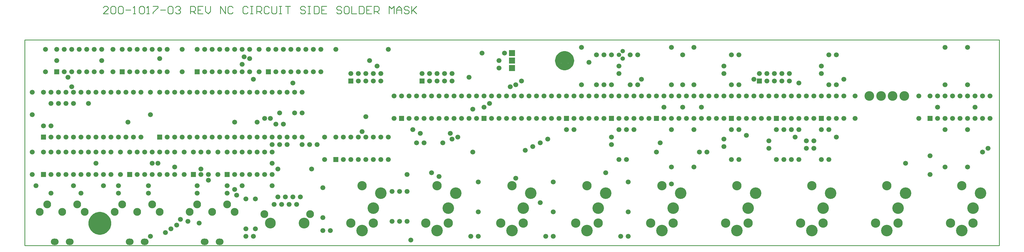
<source format=gbs>
*%FSLAX23Y23*%
*%MOIN*%
G01*
%ADD11C,0.006*%
%ADD12C,0.007*%
%ADD13C,0.008*%
%ADD14C,0.010*%
%ADD15C,0.012*%
%ADD16C,0.020*%
%ADD17C,0.024*%
%ADD18C,0.032*%
%ADD19C,0.036*%
%ADD20C,0.040*%
%ADD21C,0.050*%
%ADD22C,0.052*%
%ADD23C,0.055*%
%ADD24C,0.056*%
%ADD25C,0.059*%
%ADD26C,0.060*%
%ADD27C,0.062*%
%ADD28C,0.066*%
%ADD29C,0.070*%
%ADD30C,0.082*%
%ADD31C,0.090*%
%ADD32C,0.095*%
%ADD33O,0.100X0.080*%
%ADD34C,0.100*%
%ADD35O,0.104X0.084*%
%ADD36C,0.104*%
%ADD37C,0.115*%
%ADD38C,0.120*%
%ADD39C,0.124*%
%ADD40C,0.125*%
%ADD41C,0.128*%
%ADD42C,0.129*%
%ADD43C,0.140*%
%ADD44C,0.144*%
%ADD45C,0.148*%
%ADD46C,0.150*%
%ADD47C,0.154*%
%ADD48C,0.250*%
%ADD49C,0.250*%
%ADD50R,0.062X0.062*%
%ADD51R,0.066X0.066*%
%ADD52R,0.075X0.075*%
%ADD53R,0.079X0.079*%
%ADD54R,0.250X0.250*%
D14*
X4695Y9428D02*
X4762D01*
X4695D02*
X4762Y9495D01*
Y9511D01*
X4745Y9528D01*
X4712D01*
X4695Y9511D01*
X4795D02*
X4812Y9528D01*
X4845D01*
X4862Y9511D01*
Y9445D01*
X4845Y9428D01*
X4812D01*
X4795Y9445D01*
Y9511D01*
X4895D02*
X4912Y9528D01*
X4945D01*
X4962Y9511D01*
Y9445D01*
X4945Y9428D01*
X4912D01*
X4895Y9445D01*
Y9511D01*
X4995Y9478D02*
X5062D01*
X5095Y9428D02*
X5128D01*
X5112D01*
Y9528D01*
X5113D01*
X5112D02*
X5095Y9511D01*
X5178D02*
X5195Y9528D01*
X5228D01*
X5245Y9511D01*
Y9445D01*
X5228Y9428D01*
X5195D01*
X5178Y9445D01*
Y9511D01*
X5278Y9428D02*
X5311D01*
X5295D01*
Y9528D01*
X5296D01*
X5295D02*
X5278Y9511D01*
X5361Y9528D02*
X5428D01*
Y9511D01*
X5361Y9445D01*
Y9428D01*
X5461Y9478D02*
X5528D01*
X5561Y9511D02*
X5578Y9528D01*
X5611D01*
X5628Y9511D01*
Y9445D01*
X5611Y9428D01*
X5578D01*
X5561Y9445D01*
Y9511D01*
X5661D02*
X5678Y9528D01*
X5711D01*
X5728Y9511D01*
Y9495D01*
X5729D01*
X5728D02*
X5729D01*
X5728D02*
X5729D01*
X5728D02*
X5711Y9478D01*
X5695D01*
X5711D01*
X5728Y9461D01*
Y9445D01*
X5711Y9428D01*
X5678D01*
X5661Y9445D01*
X5861Y9428D02*
Y9528D01*
X5911D01*
X5928Y9511D01*
Y9478D01*
X5911Y9461D01*
X5861D01*
X5895D02*
X5928Y9428D01*
X5961Y9528D02*
X6028D01*
X5961D02*
Y9428D01*
X6028D01*
X5995Y9478D02*
X5961D01*
X6061Y9461D02*
Y9528D01*
Y9461D02*
X6095Y9428D01*
X6128Y9461D01*
Y9528D01*
X6261D02*
Y9428D01*
X6328D02*
X6261Y9528D01*
X6328D02*
Y9428D01*
X6428Y9511D02*
X6411Y9528D01*
X6378D01*
X6361Y9511D01*
Y9445D01*
X6378Y9428D01*
X6411D01*
X6428Y9445D01*
X6611Y9528D02*
X6628Y9511D01*
X6611Y9528D02*
X6578D01*
X6561Y9511D01*
Y9445D01*
X6578Y9428D01*
X6611D01*
X6628Y9445D01*
X6661Y9528D02*
X6694D01*
X6678D01*
Y9428D01*
X6661D01*
X6694D01*
X6744D02*
Y9528D01*
X6794D01*
X6811Y9511D01*
Y9478D01*
X6794Y9461D01*
X6744D01*
X6778D02*
X6811Y9428D01*
X6911Y9511D02*
X6894Y9528D01*
X6861D01*
X6844Y9511D01*
Y9445D01*
X6861Y9428D01*
X6894D01*
X6911Y9445D01*
X6944D02*
Y9528D01*
Y9445D02*
X6961Y9428D01*
X6994D01*
X7011Y9445D01*
Y9528D01*
X7044D02*
X7078D01*
X7061D01*
Y9428D01*
X7044D01*
X7078D01*
X7128Y9528D02*
X7194D01*
X7161D01*
Y9428D01*
X7377Y9528D02*
X7394Y9511D01*
X7377Y9528D02*
X7344D01*
X7327Y9511D01*
Y9495D01*
X7344Y9478D01*
X7377D01*
X7394Y9461D01*
Y9445D01*
X7377Y9428D01*
X7344D01*
X7327Y9445D01*
X7427Y9528D02*
X7461D01*
X7444D01*
Y9428D01*
X7427D01*
X7461D01*
X7511D02*
Y9528D01*
Y9428D02*
X7561D01*
X7577Y9445D01*
Y9511D01*
X7561Y9528D01*
X7511D01*
X7611D02*
X7677D01*
X7611D02*
Y9428D01*
X7677D01*
X7644Y9478D02*
X7611D01*
X7861Y9528D02*
X7877Y9511D01*
X7861Y9528D02*
X7827D01*
X7811Y9511D01*
Y9495D01*
X7827Y9478D01*
X7861D01*
X7877Y9461D01*
Y9445D01*
X7861Y9428D01*
X7827D01*
X7811Y9445D01*
X7927Y9528D02*
X7961D01*
X7927D02*
X7911Y9511D01*
Y9445D01*
X7927Y9428D01*
X7961D01*
X7977Y9445D01*
Y9511D01*
X7961Y9528D01*
X8011D02*
Y9428D01*
X8077D01*
X8111D02*
Y9528D01*
Y9428D02*
X8161D01*
X8177Y9445D01*
Y9511D01*
X8161Y9528D01*
X8111D01*
X8211D02*
X8277D01*
X8211D02*
Y9428D01*
X8277D01*
X8244Y9478D02*
X8211D01*
X8310Y9428D02*
Y9528D01*
X8360D01*
X8377Y9511D01*
Y9478D01*
X8360Y9461D01*
X8310D01*
X8344D02*
X8377Y9428D01*
X8510D02*
Y9528D01*
X8544Y9495D01*
X8577Y9528D01*
Y9428D01*
X8610D02*
Y9495D01*
X8644Y9528D01*
X8677Y9495D01*
Y9428D01*
Y9478D01*
X8610D01*
X8760Y9528D02*
X8777Y9511D01*
X8760Y9528D02*
X8727D01*
X8710Y9511D01*
Y9495D01*
X8727Y9478D01*
X8760D01*
X8777Y9461D01*
Y9445D01*
X8760Y9428D01*
X8727D01*
X8710Y9445D01*
X8810Y9428D02*
Y9528D01*
Y9461D02*
Y9428D01*
Y9461D02*
X8877Y9528D01*
X8827Y9478D01*
X8877Y9428D01*
X3650Y9078D02*
X16650D01*
Y6328D02*
X3650D01*
Y9078D01*
X16650D02*
Y6328D01*
D25*
X11625Y8828D02*
D03*
X11575Y8878D02*
D03*
X11625Y8928D02*
D03*
D28*
X16425Y7578D02*
D03*
X16500Y7628D02*
D03*
X16325Y8178D02*
D03*
X15825D02*
D03*
X15725Y7528D02*
D03*
Y7278D02*
D03*
X15400Y7428D02*
D03*
X14575Y8553D02*
D03*
X14475Y7778D02*
D03*
X13975Y8503D02*
D03*
X13925Y7778D02*
D03*
X13375Y8553D02*
D03*
X13275Y7803D02*
D03*
X12675Y8178D02*
D03*
X12650Y7578D02*
D03*
X12750D02*
D03*
X12275Y7153D02*
D03*
X12425Y8178D02*
D03*
X12175D02*
D03*
X12075Y7578D02*
D03*
X12125Y7703D02*
D03*
X11875Y8553D02*
D03*
X11775Y7878D02*
D03*
X11400Y7303D02*
D03*
X10525Y6903D02*
D03*
X10625Y7753D02*
D03*
X10525Y7703D02*
D03*
X10425Y7653D02*
D03*
X10325Y7603D02*
D03*
X10125Y8453D02*
D03*
X10200Y8478D02*
D03*
X10275Y8528D02*
D03*
X10200Y7228D02*
D03*
X9850Y8228D02*
D03*
X9775Y8178D02*
D03*
X9575Y8578D02*
D03*
X9625Y8153D02*
D03*
Y7578D02*
D03*
X9325Y7828D02*
D03*
X9425Y7778D02*
D03*
X9350Y7753D02*
D03*
X9225Y7703D02*
D03*
X9175Y7253D02*
D03*
X8975Y7703D02*
D03*
X9075Y7303D02*
D03*
X8925Y7828D02*
D03*
X8750Y7278D02*
D03*
X8875Y7703D02*
D03*
X8825Y7878D02*
D03*
X8800Y6403D02*
D03*
X8350Y8728D02*
D03*
X8500Y8953D02*
D03*
X8250Y8803D02*
D03*
X8150Y7853D02*
D03*
X8200Y8053D02*
D03*
X7800Y8953D02*
D03*
X7350Y8103D02*
D03*
X7225Y8503D02*
D03*
X7250Y8103D02*
D03*
X7100Y7953D02*
D03*
X7000D02*
D03*
X7050Y8103D02*
D03*
X6850Y8028D02*
D03*
X6925D02*
D03*
X6950Y7428D02*
D03*
X6700Y8553D02*
D03*
X6650Y8828D02*
D03*
X6575Y8853D02*
D03*
X6750Y7978D02*
D03*
X6550Y8753D02*
D03*
X6450Y7978D02*
D03*
X6475Y7003D02*
D03*
X6450Y7078D02*
D03*
X6100Y7203D02*
D03*
X6000Y7353D02*
D03*
X5825Y6653D02*
D03*
X5975Y6628D02*
D03*
X5650Y7378D02*
D03*
X5725Y6678D02*
D03*
X5600Y6553D02*
D03*
X5675Y6603D02*
D03*
X5450Y8828D02*
D03*
X5425Y7428D02*
D03*
X5525Y6503D02*
D03*
X5350Y7428D02*
D03*
X5325Y6453D02*
D03*
X5025Y7978D02*
D03*
X4675Y8803D02*
D03*
X4500Y8228D02*
D03*
X4600Y7428D02*
D03*
X4225Y8578D02*
D03*
X4275Y8453D02*
D03*
X4300Y8228D02*
D03*
X4075Y8803D02*
D03*
X4100Y8228D02*
D03*
X4200D02*
D03*
X3900Y7928D02*
D03*
X4000Y8228D02*
D03*
Y7928D02*
D03*
X3800Y7128D02*
D03*
X15925Y8478D02*
D03*
Y8978D02*
D03*
X16225Y8478D02*
D03*
Y8978D02*
D03*
X15575Y8328D02*
D03*
Y8028D02*
D03*
X15825D02*
D03*
X16125D02*
D03*
X16225D02*
D03*
X16325D02*
D03*
X16425D02*
D03*
Y8328D02*
D03*
X16325D02*
D03*
X16225D02*
D03*
X16125D02*
D03*
X16025D02*
D03*
X15925D02*
D03*
X15825D02*
D03*
X15725D02*
D03*
X15925Y8028D02*
D03*
X16025D02*
D03*
X16225Y7878D02*
D03*
Y7378D02*
D03*
X15925Y7878D02*
D03*
Y7378D02*
D03*
X16525Y8028D02*
D03*
Y8328D02*
D03*
X14475Y8478D02*
D03*
Y8878D02*
D03*
X14375Y8478D02*
D03*
Y8878D02*
D03*
X14275Y8728D02*
D03*
Y8628D02*
D03*
X14725Y8028D02*
D03*
Y8328D02*
D03*
X14375Y8028D02*
D03*
X14475D02*
D03*
X14575D02*
D03*
Y8328D02*
D03*
X14475D02*
D03*
X14375D02*
D03*
X14275D02*
D03*
X14375Y7878D02*
D03*
Y7478D02*
D03*
X14275Y7878D02*
D03*
Y7478D02*
D03*
X14175Y7628D02*
D03*
Y7728D02*
D03*
Y8328D02*
D03*
Y8028D02*
D03*
X14075D02*
D03*
Y8328D02*
D03*
X13775Y8028D02*
D03*
X13875D02*
D03*
X13975D02*
D03*
Y8328D02*
D03*
X13875D02*
D03*
X13775D02*
D03*
X13675D02*
D03*
X14075Y7728D02*
D03*
Y7628D02*
D03*
X13975Y7878D02*
D03*
Y7478D02*
D03*
X13875Y7878D02*
D03*
Y7478D02*
D03*
X13775Y7878D02*
D03*
Y7478D02*
D03*
X13675Y7878D02*
D03*
Y7478D02*
D03*
X12275Y8478D02*
D03*
Y8978D02*
D03*
X12575Y8478D02*
D03*
Y8978D02*
D03*
X12425Y8478D02*
D03*
Y8878D02*
D03*
X13175Y8478D02*
D03*
Y8878D02*
D03*
X13075Y8478D02*
D03*
Y8878D02*
D03*
X12975Y8728D02*
D03*
Y8628D02*
D03*
X13850D02*
D03*
Y8528D02*
D03*
X13750Y8628D02*
D03*
Y8528D02*
D03*
X13650Y8628D02*
D03*
Y8528D02*
D03*
X13550Y8628D02*
D03*
Y8528D02*
D03*
X13450Y8628D02*
D03*
X12175Y8028D02*
D03*
X12475D02*
D03*
X12575D02*
D03*
X12675D02*
D03*
X12775D02*
D03*
Y8328D02*
D03*
X12675D02*
D03*
X12575D02*
D03*
X12475D02*
D03*
X12375D02*
D03*
X12275D02*
D03*
X12175D02*
D03*
X12075D02*
D03*
X12275Y8028D02*
D03*
X12375D02*
D03*
X12275Y7878D02*
D03*
Y7378D02*
D03*
X12575Y7878D02*
D03*
Y7378D02*
D03*
X12875Y8028D02*
D03*
Y8328D02*
D03*
X13075Y7878D02*
D03*
Y7478D02*
D03*
X13175Y7878D02*
D03*
Y7478D02*
D03*
X13575Y7628D02*
D03*
Y7728D02*
D03*
Y8328D02*
D03*
Y8028D02*
D03*
X13475D02*
D03*
Y8328D02*
D03*
X13175Y8028D02*
D03*
X13275D02*
D03*
X13375D02*
D03*
Y8328D02*
D03*
X13275D02*
D03*
X13175D02*
D03*
X13075D02*
D03*
X12975Y7653D02*
D03*
Y7753D02*
D03*
Y8328D02*
D03*
Y8028D02*
D03*
X11075Y8978D02*
D03*
Y8478D02*
D03*
X11175Y8778D02*
D03*
X11275Y8878D02*
D03*
Y8478D02*
D03*
X11375D02*
D03*
Y8878D02*
D03*
X11475Y8478D02*
D03*
Y8878D02*
D03*
X11575Y8728D02*
D03*
Y8628D02*
D03*
X11725Y8478D02*
D03*
Y8878D02*
D03*
X11825Y8478D02*
D03*
Y8878D02*
D03*
X10700Y7178D02*
D03*
Y6778D02*
D03*
X11700Y7178D02*
D03*
Y6778D02*
D03*
X10775Y8328D02*
D03*
Y8028D02*
D03*
X11075D02*
D03*
X11175D02*
D03*
Y8328D02*
D03*
X11075D02*
D03*
X10975D02*
D03*
X10875D02*
D03*
X10975Y8028D02*
D03*
Y7878D02*
D03*
X10875D02*
D03*
X11275Y8028D02*
D03*
Y8328D02*
D03*
X11375D02*
D03*
Y8028D02*
D03*
X11575D02*
D03*
X11675D02*
D03*
X11775D02*
D03*
Y8328D02*
D03*
X11675D02*
D03*
X11575D02*
D03*
X11475D02*
D03*
Y7678D02*
D03*
Y7778D02*
D03*
X11575Y7878D02*
D03*
Y7478D02*
D03*
X11675Y7878D02*
D03*
Y7478D02*
D03*
X11875Y8028D02*
D03*
Y8328D02*
D03*
X11975D02*
D03*
Y8028D02*
D03*
X10700Y6453D02*
D03*
X10600D02*
D03*
X11700D02*
D03*
X11600D02*
D03*
X9750Y8903D02*
D03*
X10050D02*
D03*
X9975Y8803D02*
D03*
Y8703D02*
D03*
X9350Y8628D02*
D03*
Y8528D02*
D03*
X9250Y8628D02*
D03*
Y8528D02*
D03*
X9150Y8628D02*
D03*
Y8528D02*
D03*
X9050Y8628D02*
D03*
Y8528D02*
D03*
X8950Y8628D02*
D03*
X9700Y7178D02*
D03*
Y6778D02*
D03*
X9675Y8328D02*
D03*
Y8028D02*
D03*
X9875D02*
D03*
X9975D02*
D03*
X10075D02*
D03*
X10175D02*
D03*
X10275D02*
D03*
X10375D02*
D03*
X10475D02*
D03*
X10575D02*
D03*
X10675D02*
D03*
Y8328D02*
D03*
X10575D02*
D03*
X10475D02*
D03*
X10375D02*
D03*
X10275D02*
D03*
X10175D02*
D03*
X10075D02*
D03*
X9975D02*
D03*
X9875D02*
D03*
X9775D02*
D03*
X9700Y6453D02*
D03*
X9600D02*
D03*
X8400Y8628D02*
D03*
Y8528D02*
D03*
X8300Y8628D02*
D03*
Y8528D02*
D03*
X8200Y8628D02*
D03*
Y8528D02*
D03*
X8100Y8628D02*
D03*
Y8528D02*
D03*
X8000Y8628D02*
D03*
X7650Y7778D02*
D03*
Y7478D02*
D03*
X7550Y7678D02*
D03*
X7450D02*
D03*
X7350D02*
D03*
X7150D02*
D03*
X7475Y7353D02*
D03*
X7025D02*
D03*
X7900Y7478D02*
D03*
X8000D02*
D03*
X8100D02*
D03*
X8200D02*
D03*
X8300D02*
D03*
X8400D02*
D03*
X8500D02*
D03*
Y7778D02*
D03*
X8400D02*
D03*
X8300D02*
D03*
X8200D02*
D03*
X8100D02*
D03*
X8000D02*
D03*
X7900D02*
D03*
X7800D02*
D03*
X7625Y6703D02*
D03*
Y7103D02*
D03*
X8575Y8328D02*
D03*
Y8028D02*
D03*
X8775D02*
D03*
X8875D02*
D03*
X8975D02*
D03*
X9075D02*
D03*
X9175D02*
D03*
X9275D02*
D03*
X9375D02*
D03*
X9475D02*
D03*
X9575D02*
D03*
Y8328D02*
D03*
X9475D02*
D03*
X9375D02*
D03*
X9275D02*
D03*
X9175D02*
D03*
X9075D02*
D03*
X8975D02*
D03*
X8875D02*
D03*
X8775D02*
D03*
X8675D02*
D03*
X8650Y6653D02*
D03*
Y7053D02*
D03*
X8750Y6653D02*
D03*
Y7053D02*
D03*
X7725Y6528D02*
D03*
X7625D02*
D03*
X8550Y7053D02*
D03*
Y6653D02*
D03*
X6050Y8653D02*
D03*
X6350D02*
D03*
X6450D02*
D03*
X6550D02*
D03*
X6650D02*
D03*
Y8953D02*
D03*
X6550D02*
D03*
X6450D02*
D03*
X6350D02*
D03*
X6250D02*
D03*
X6150D02*
D03*
X6050D02*
D03*
X5950D02*
D03*
X6150Y8653D02*
D03*
X6250D02*
D03*
X7000D02*
D03*
X7100D02*
D03*
X7200D02*
D03*
X7300D02*
D03*
X7400D02*
D03*
X7500D02*
D03*
X7600D02*
D03*
Y8953D02*
D03*
X7500D02*
D03*
X7400D02*
D03*
X7300D02*
D03*
X7200D02*
D03*
X7100D02*
D03*
X7000D02*
D03*
X6900D02*
D03*
X6775D02*
D03*
Y8653D02*
D03*
X6725Y6553D02*
D03*
Y6953D02*
D03*
X6600Y6553D02*
D03*
Y6953D02*
D03*
X6950Y7678D02*
D03*
X7050D02*
D03*
X6450Y7278D02*
D03*
X6550D02*
D03*
X6650D02*
D03*
X6750D02*
D03*
X6850D02*
D03*
X6950D02*
D03*
Y7578D02*
D03*
X6850D02*
D03*
X6750D02*
D03*
X6650D02*
D03*
X6550D02*
D03*
X6450D02*
D03*
X6350D02*
D03*
X6225D02*
D03*
Y7278D02*
D03*
X6100D02*
D03*
Y7578D02*
D03*
X6000D02*
D03*
X5900D02*
D03*
X6000Y7278D02*
D03*
X5775Y7578D02*
D03*
Y7278D02*
D03*
X5950Y7128D02*
D03*
X6350D02*
D03*
Y7028D02*
D03*
X5950D02*
D03*
X6950Y7128D02*
D03*
X6550D02*
D03*
X6600Y6453D02*
D03*
X6700D02*
D03*
X7275Y6878D02*
D03*
X7325Y6978D02*
D03*
X7225D02*
D03*
X7075Y6878D02*
D03*
X6975D02*
D03*
X7025Y6978D02*
D03*
X7175Y6878D02*
D03*
X7125Y6978D02*
D03*
X5750Y8953D02*
D03*
Y8653D02*
D03*
X5050D02*
D03*
X4950Y8953D02*
D03*
X5050D02*
D03*
X5150D02*
D03*
X5250D02*
D03*
X5350D02*
D03*
X5450D02*
D03*
X5550D02*
D03*
Y8653D02*
D03*
X5450D02*
D03*
X5350D02*
D03*
X5250D02*
D03*
X5150D02*
D03*
X4825Y8953D02*
D03*
Y8653D02*
D03*
X5150Y7278D02*
D03*
X5250D02*
D03*
X5350D02*
D03*
X5450D02*
D03*
X5550D02*
D03*
X5650D02*
D03*
Y7578D02*
D03*
X5550D02*
D03*
X5450D02*
D03*
X5350D02*
D03*
X5250D02*
D03*
X5150D02*
D03*
X5050D02*
D03*
X4925D02*
D03*
Y7278D02*
D03*
X5550Y7778D02*
D03*
X5650D02*
D03*
X5750D02*
D03*
X5850D02*
D03*
X5950D02*
D03*
X6050D02*
D03*
X6150D02*
D03*
X6250D02*
D03*
X6350D02*
D03*
X6450D02*
D03*
X6550D02*
D03*
X6650D02*
D03*
X6750D02*
D03*
X6850D02*
D03*
X6950D02*
D03*
X7050D02*
D03*
X7150D02*
D03*
X7250D02*
D03*
X7350D02*
D03*
Y8378D02*
D03*
X7250D02*
D03*
X7150D02*
D03*
X7050D02*
D03*
X6950D02*
D03*
X6850D02*
D03*
X6750D02*
D03*
X6650D02*
D03*
X6550D02*
D03*
X6450D02*
D03*
X6350D02*
D03*
X6250D02*
D03*
X6150D02*
D03*
X6050D02*
D03*
X5950D02*
D03*
X5850D02*
D03*
X5750D02*
D03*
X5650D02*
D03*
X5550D02*
D03*
X5450D02*
D03*
X5300Y7128D02*
D03*
X4900D02*
D03*
X5300Y7028D02*
D03*
X4900D02*
D03*
X5325Y8378D02*
D03*
Y8078D02*
D03*
X4300Y7128D02*
D03*
X4700D02*
D03*
X4175Y8653D02*
D03*
X4275D02*
D03*
X4375D02*
D03*
X4475D02*
D03*
X4575D02*
D03*
X4675D02*
D03*
Y8953D02*
D03*
X4575D02*
D03*
X4475D02*
D03*
X4375D02*
D03*
X4275D02*
D03*
X4175D02*
D03*
X4075D02*
D03*
X3925D02*
D03*
Y8653D02*
D03*
X4000Y7778D02*
D03*
X4100D02*
D03*
X4200D02*
D03*
X4300D02*
D03*
X4400D02*
D03*
X4500D02*
D03*
X4600D02*
D03*
X4700D02*
D03*
X4800D02*
D03*
X4900D02*
D03*
X5000D02*
D03*
X5100D02*
D03*
X5200D02*
D03*
Y8378D02*
D03*
X5100D02*
D03*
X5000D02*
D03*
X4900D02*
D03*
X4800D02*
D03*
X4700D02*
D03*
X4600D02*
D03*
X4500D02*
D03*
X4400D02*
D03*
X4300D02*
D03*
X4200D02*
D03*
X4100D02*
D03*
X4000D02*
D03*
X3900D02*
D03*
X4000Y7278D02*
D03*
X4100D02*
D03*
X4200D02*
D03*
X4300D02*
D03*
X4400D02*
D03*
X4500D02*
D03*
X4600D02*
D03*
X4700D02*
D03*
X4800D02*
D03*
Y7578D02*
D03*
X4700D02*
D03*
X4600D02*
D03*
X4500D02*
D03*
X4400D02*
D03*
X4300D02*
D03*
X4200D02*
D03*
X4100D02*
D03*
X4000D02*
D03*
X3900D02*
D03*
X3750D02*
D03*
Y7278D02*
D03*
X4000Y7028D02*
D03*
X4400D02*
D03*
X3750Y8378D02*
D03*
Y8078D02*
D03*
D29*
X4533Y6628D02*
X4534D01*
X4533D02*
X4534Y6614D01*
X4536Y6601D01*
X4540Y6588D01*
X4545Y6575D01*
X4552Y6564D01*
X4560Y6553D01*
X4570Y6543D01*
X4580Y6534D01*
X4592Y6527D01*
X4604Y6521D01*
X4616Y6516D01*
X4630Y6513D01*
X4643Y6511D01*
X4657D01*
X4670Y6513D01*
X4684Y6516D01*
X4696Y6521D01*
X4708Y6527D01*
X4720Y6534D01*
X4730Y6543D01*
X4740Y6553D01*
X4748Y6564D01*
X4755Y6575D01*
X4760Y6588D01*
X4764Y6601D01*
X4766Y6614D01*
X4767Y6628D01*
X4768D01*
X4767D02*
X4766Y6642D01*
X4764Y6655D01*
X4760Y6668D01*
X4755Y6681D01*
X4748Y6692D01*
X4740Y6703D01*
X4730Y6713D01*
X4720Y6722D01*
X4708Y6729D01*
X4696Y6735D01*
X4684Y6740D01*
X4670Y6743D01*
X4657Y6745D01*
X4643D01*
X4630Y6743D01*
X4616Y6740D01*
X4604Y6735D01*
X4592Y6729D01*
X4580Y6722D01*
X4570Y6713D01*
X4560Y6703D01*
X4552Y6692D01*
X4545Y6681D01*
X4540Y6668D01*
X4536Y6655D01*
X4534Y6642D01*
X4533Y6628D01*
X4601D02*
X4602D01*
X4601D02*
X4602Y6618D01*
X4605Y6608D01*
X4610Y6599D01*
X4617Y6592D01*
X4626Y6586D01*
X4635Y6581D01*
X4645Y6579D01*
X4655D01*
X4665Y6581D01*
X4674Y6586D01*
X4683Y6592D01*
X4690Y6599D01*
X4695Y6608D01*
X4698Y6618D01*
X4699Y6628D01*
X4700D01*
X4699D02*
X4698Y6638D01*
X4695Y6648D01*
X4690Y6657D01*
X4683Y6664D01*
X4674Y6670D01*
X4665Y6675D01*
X4655Y6677D01*
X4645D01*
X4635Y6675D01*
X4626Y6670D01*
X4617Y6664D01*
X4610Y6657D01*
X4605Y6648D01*
X4602Y6638D01*
X4601Y6628D01*
X4650D02*
D03*
X10758Y8803D02*
X10759D01*
X10758D02*
X10759Y8789D01*
X10762Y8776D01*
X10767Y8763D01*
X10774Y8751D01*
X10783Y8740D01*
X10793Y8731D01*
X10804Y8723D01*
X10816Y8717D01*
X10830Y8713D01*
X10843Y8711D01*
X10857D01*
X10870Y8713D01*
X10884Y8717D01*
X10896Y8723D01*
X10907Y8731D01*
X10917Y8740D01*
X10926Y8751D01*
X10933Y8763D01*
X10938Y8776D01*
X10941Y8789D01*
X10942Y8803D01*
X10943D01*
X10942D02*
X10941Y8817D01*
X10938Y8830D01*
X10933Y8843D01*
X10926Y8855D01*
X10917Y8866D01*
X10907Y8875D01*
X10896Y8883D01*
X10884Y8889D01*
X10870Y8893D01*
X10857Y8895D01*
X10843D01*
X10830Y8893D01*
X10816Y8889D01*
X10804Y8883D01*
X10793Y8875D01*
X10783Y8866D01*
X10774Y8855D01*
X10767Y8843D01*
X10762Y8830D01*
X10759Y8817D01*
X10758Y8803D01*
X10826D02*
X10827D01*
X10826D02*
X10827Y8795D01*
X10832Y8788D01*
X10838Y8782D01*
X10846Y8779D01*
X10854D01*
X10862Y8782D01*
X10868Y8788D01*
X10873Y8795D01*
X10874Y8803D01*
X10875D01*
X10874D02*
X10873Y8811D01*
X10868Y8818D01*
X10862Y8824D01*
X10854Y8827D01*
X10846D01*
X10838Y8824D01*
X10832Y8818D01*
X10827Y8811D01*
X10826Y8803D01*
D35*
X6250Y6378D02*
D03*
X6050D02*
D03*
X5250D02*
D03*
X5050D02*
D03*
X4250D02*
D03*
X4050D02*
D03*
D36*
X6150Y6778D02*
D03*
X5950Y6878D02*
D03*
X6350D02*
D03*
X6450Y6778D02*
D03*
X5850D02*
D03*
X7455Y6748D02*
D03*
X6845D02*
D03*
X5150Y6778D02*
D03*
X4950Y6878D02*
D03*
X5350D02*
D03*
X5450Y6778D02*
D03*
X4850D02*
D03*
X4150D02*
D03*
X3950Y6878D02*
D03*
X4350D02*
D03*
X4450Y6778D02*
D03*
X3850D02*
D03*
D39*
X16000Y6628D02*
D03*
X16300D02*
D03*
X16150Y7128D02*
D03*
X15000Y6628D02*
D03*
X15300D02*
D03*
X15150Y7128D02*
D03*
X14000Y6628D02*
D03*
X14300D02*
D03*
X14150Y7128D02*
D03*
X13000Y6628D02*
D03*
X13300D02*
D03*
X13150Y7128D02*
D03*
X12000Y6628D02*
D03*
X12300D02*
D03*
X12150Y7128D02*
D03*
X11000Y6628D02*
D03*
X11300D02*
D03*
X11150Y7128D02*
D03*
X10000Y6628D02*
D03*
X10300D02*
D03*
X10150Y7128D02*
D03*
X9000Y6628D02*
D03*
X9300D02*
D03*
X9150Y7128D02*
D03*
X8000Y6628D02*
D03*
X8300D02*
D03*
X8150Y7128D02*
D03*
D42*
X15072Y8328D02*
D03*
X15384D02*
D03*
X14916D02*
D03*
X15228D02*
D03*
D44*
X7375Y6628D02*
D03*
X6925D02*
D03*
D47*
X16400Y7028D02*
D03*
X16300Y6828D02*
D03*
X16150Y6528D02*
D03*
X15400Y7028D02*
D03*
X15300Y6828D02*
D03*
X15150Y6528D02*
D03*
X14400Y7028D02*
D03*
X14300Y6828D02*
D03*
X14150Y6528D02*
D03*
X13400Y7028D02*
D03*
X13300Y6828D02*
D03*
X13150Y6528D02*
D03*
X12400Y7028D02*
D03*
X12300Y6828D02*
D03*
X12150Y6528D02*
D03*
X11400Y7028D02*
D03*
X11300Y6828D02*
D03*
X11150Y6528D02*
D03*
X10400Y7028D02*
D03*
X10300Y6828D02*
D03*
X10150Y6528D02*
D03*
X9400Y7028D02*
D03*
X9300Y6828D02*
D03*
X9150Y6528D02*
D03*
X8400Y7028D02*
D03*
X8300Y6828D02*
D03*
X8150Y6528D02*
D03*
D51*
X15725Y8028D02*
D03*
X14275D02*
D03*
X13675D02*
D03*
X13450Y8528D02*
D03*
X12075Y8028D02*
D03*
X13075D02*
D03*
X10875D02*
D03*
X11475D02*
D03*
X8950Y8528D02*
D03*
X9775Y8028D02*
D03*
X8000Y8528D02*
D03*
X7800Y7478D02*
D03*
X8675Y8028D02*
D03*
X5950Y8653D02*
D03*
X6900D02*
D03*
X6350Y7278D02*
D03*
X5900D02*
D03*
X4950Y8653D02*
D03*
X5050Y7278D02*
D03*
X5450Y7778D02*
D03*
X4075Y8653D02*
D03*
X3900Y7778D02*
D03*
Y7278D02*
D03*
D53*
X10150Y8703D02*
D03*
Y8803D02*
D03*
Y8903D02*
D03*
M02*

</source>
